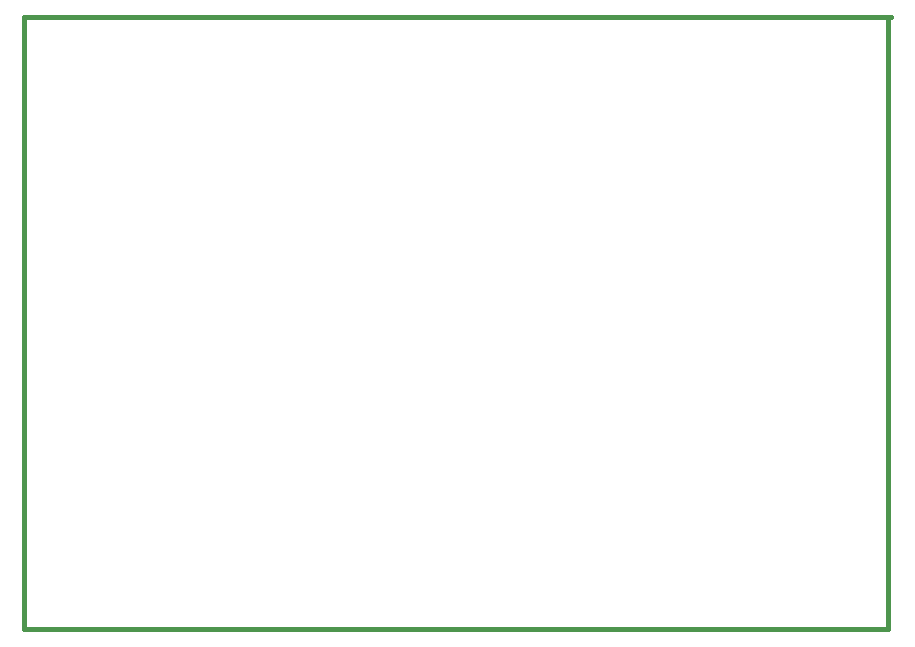
<source format=gbr>
G04 (created by PCBNEW-RS274X (2011-11-27 BZR 3249)-stable) date 21/01/2012 12:20:13 a.m.*
G01*
G70*
G90*
%MOIN*%
G04 Gerber Fmt 3.4, Leading zero omitted, Abs format*
%FSLAX34Y34*%
G04 APERTURE LIST*
%ADD10C,0.006000*%
%ADD11C,0.015000*%
%ADD12C,0.085000*%
%ADD13R,0.370000X0.370000*%
%ADD14C,0.090000*%
%ADD15R,0.090000X0.090000*%
%ADD16R,0.110000X0.082000*%
%ADD17O,0.110000X0.082000*%
%ADD18C,0.180000*%
G04 APERTURE END LIST*
G54D10*
G54D11*
X45100Y-53000D02*
X45100Y-32600D01*
X73900Y-53000D02*
X45100Y-53000D01*
X73900Y-32600D02*
X73900Y-53000D01*
X45100Y-32600D02*
X74000Y-32600D01*
%LPC*%
G54D12*
X65200Y-38700D03*
X62200Y-38700D03*
X62300Y-45300D03*
X65300Y-45300D03*
X62300Y-46700D03*
X65300Y-46700D03*
X65200Y-40900D03*
X62200Y-40900D03*
X62200Y-39800D03*
X65200Y-39800D03*
X62200Y-42000D03*
X65200Y-42000D03*
X62200Y-37600D03*
X65200Y-37600D03*
G54D13*
X50200Y-44800D03*
G54D14*
X51200Y-38300D03*
G54D15*
X50200Y-38300D03*
G54D14*
X49200Y-38300D03*
G54D16*
X56100Y-47400D03*
G54D17*
X56100Y-46400D03*
X56100Y-45400D03*
X56100Y-44400D03*
X53100Y-44400D03*
X53100Y-45400D03*
X53100Y-46400D03*
X53100Y-47400D03*
G54D16*
X71400Y-44300D03*
G54D17*
X71400Y-43300D03*
X71400Y-42300D03*
X71400Y-41300D03*
X71400Y-40300D03*
X71400Y-39300D03*
X71400Y-38300D03*
X71400Y-37300D03*
X68400Y-37300D03*
X68400Y-38300D03*
X68400Y-39300D03*
X68400Y-40300D03*
X68400Y-41300D03*
X68400Y-42300D03*
X68400Y-43300D03*
X68400Y-44300D03*
G54D18*
X46400Y-33900D03*
X46400Y-51700D03*
X72600Y-33900D03*
X72600Y-51700D03*
M02*

</source>
